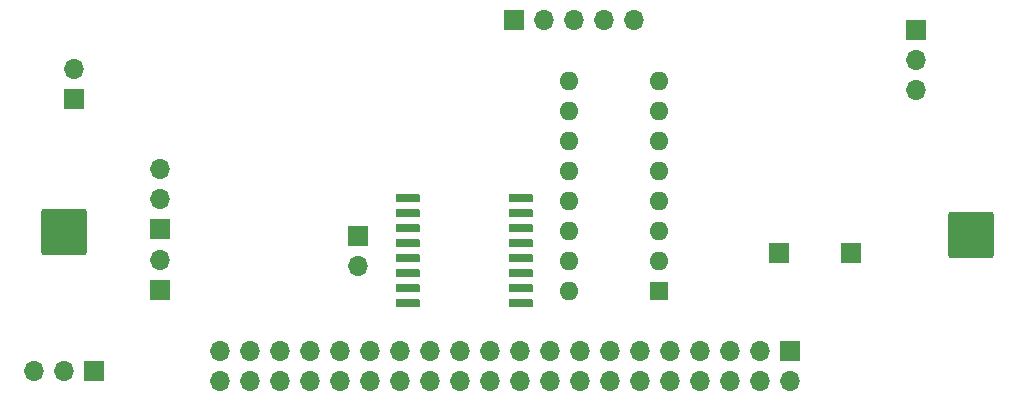
<source format=gbr>
%TF.GenerationSoftware,KiCad,Pcbnew,7.0.10*%
%TF.CreationDate,2024-04-11T21:52:28-07:00*%
%TF.ProjectId,magical toys integration pcbrev4,6d616769-6361-46c2-9074-6f797320696e,rev?*%
%TF.SameCoordinates,Original*%
%TF.FileFunction,Soldermask,Top*%
%TF.FilePolarity,Negative*%
%FSLAX46Y46*%
G04 Gerber Fmt 4.6, Leading zero omitted, Abs format (unit mm)*
G04 Created by KiCad (PCBNEW 7.0.10) date 2024-04-11 21:52:28*
%MOMM*%
%LPD*%
G01*
G04 APERTURE LIST*
G04 Aperture macros list*
%AMRoundRect*
0 Rectangle with rounded corners*
0 $1 Rounding radius*
0 $2 $3 $4 $5 $6 $7 $8 $9 X,Y pos of 4 corners*
0 Add a 4 corners polygon primitive as box body*
4,1,4,$2,$3,$4,$5,$6,$7,$8,$9,$2,$3,0*
0 Add four circle primitives for the rounded corners*
1,1,$1+$1,$2,$3*
1,1,$1+$1,$4,$5*
1,1,$1+$1,$6,$7*
1,1,$1+$1,$8,$9*
0 Add four rect primitives between the rounded corners*
20,1,$1+$1,$2,$3,$4,$5,0*
20,1,$1+$1,$4,$5,$6,$7,0*
20,1,$1+$1,$6,$7,$8,$9,0*
20,1,$1+$1,$8,$9,$2,$3,0*%
G04 Aperture macros list end*
%ADD10R,1.700000X1.700000*%
%ADD11O,1.700000X1.700000*%
%ADD12RoundRect,0.102000X-0.901700X-0.266700X0.901700X-0.266700X0.901700X0.266700X-0.901700X0.266700X0*%
%ADD13RoundRect,0.250002X-1.699998X-1.699998X1.699998X-1.699998X1.699998X1.699998X-1.699998X1.699998X0*%
%ADD14R,1.600000X1.600000*%
%ADD15O,1.600000X1.600000*%
G04 APERTURE END LIST*
D10*
%TO.C,J1*%
X177525000Y-111475000D03*
D11*
X177525000Y-114015000D03*
X174985000Y-111475000D03*
X174985000Y-114015000D03*
X172445000Y-111475000D03*
X172445000Y-114015000D03*
X169905000Y-111475000D03*
X169905000Y-114015000D03*
X167365000Y-111475000D03*
X167365000Y-114015000D03*
X164825000Y-111475000D03*
X164825000Y-114015000D03*
X162285000Y-111475000D03*
X162285000Y-114015000D03*
X159745000Y-111475000D03*
X159745000Y-114015000D03*
X157205000Y-111475000D03*
X157205000Y-114015000D03*
X154665000Y-111475000D03*
X154665000Y-114015000D03*
X152125000Y-111475000D03*
X152125000Y-114015000D03*
X149585000Y-111475000D03*
X149585000Y-114015000D03*
X147045000Y-111475000D03*
X147045000Y-114015000D03*
X144505000Y-111475000D03*
X144505000Y-114015000D03*
X141965000Y-111475000D03*
X141965000Y-114015000D03*
X139425000Y-111475000D03*
X139425000Y-114015000D03*
X136885000Y-111475000D03*
X136885000Y-114015000D03*
X134345000Y-111475000D03*
X134345000Y-114015000D03*
X131805000Y-111475000D03*
X131805000Y-114015000D03*
X129265000Y-111475000D03*
X129265000Y-114015000D03*
%TD*%
D12*
%TO.C,U2*%
X145200000Y-98460000D03*
X145200000Y-99730000D03*
X145200000Y-101000000D03*
X145200000Y-102270000D03*
X145200000Y-103540000D03*
X145200000Y-104810000D03*
X145200000Y-106080000D03*
X145200000Y-107350000D03*
X154750400Y-107350000D03*
X154750400Y-106080000D03*
X154750400Y-104810000D03*
X154750400Y-103540000D03*
X154750400Y-102270000D03*
X154750400Y-101000000D03*
X154750400Y-99730000D03*
X154750400Y-98460000D03*
%TD*%
D10*
%TO.C,J5V_OUT1*%
X188200000Y-84225000D03*
D11*
X188200000Y-86765000D03*
X188200000Y-89305000D03*
%TD*%
D10*
%TO.C,J3.5AudioBreakout2*%
X118600000Y-113100000D03*
D11*
X116060000Y-113100000D03*
X113520000Y-113100000D03*
%TD*%
D10*
%TO.C,J3.5AudioInput1*%
X124125000Y-101125000D03*
D11*
X124125000Y-98585000D03*
X124125000Y-96045000D03*
%TD*%
D10*
%TO.C,JSPK_VIN1*%
X124124997Y-106311999D03*
D11*
X124124997Y-103771999D03*
%TD*%
D10*
%TO.C,JSPK_BREAKOUT2*%
X116850000Y-90137998D03*
D11*
X116850000Y-87597998D03*
%TD*%
D10*
%TO.C,JOFF_BATT-1*%
X176600000Y-103115000D03*
%TD*%
D13*
%TO.C,J2*%
X192800000Y-101600000D03*
%TD*%
D10*
%TO.C,JSPK_OUT_R1*%
X140925000Y-101685000D03*
D11*
X140925000Y-104225000D03*
%TD*%
D10*
%TO.C,JOFF_BATT+1*%
X182650000Y-103115000D03*
%TD*%
D14*
%TO.C,U1*%
X166400000Y-106340000D03*
D15*
X166400000Y-103800000D03*
X166400000Y-101260000D03*
X166400000Y-98720000D03*
X166400000Y-96180000D03*
X166400000Y-93640000D03*
X166400000Y-91100000D03*
X166400000Y-88560000D03*
X158780000Y-88560000D03*
X158780000Y-91100000D03*
X158780000Y-93640000D03*
X158780000Y-96180000D03*
X158780000Y-98720000D03*
X158780000Y-101260000D03*
X158780000Y-103800000D03*
X158780000Y-106340000D03*
%TD*%
D10*
%TO.C,JSWT-DROPIN1*%
X154110000Y-83400000D03*
D11*
X156650000Y-83400000D03*
X159190000Y-83400000D03*
X161730000Y-83400000D03*
X164270000Y-83400000D03*
%TD*%
D13*
%TO.C,J3*%
X116050000Y-101350000D03*
%TD*%
M02*

</source>
